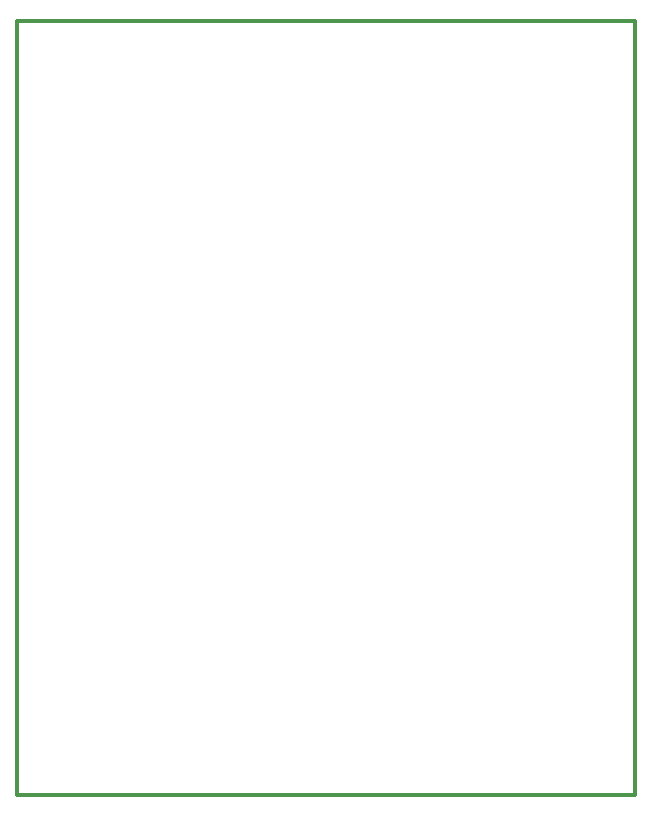
<source format=gm1>
G04 Layer_Color=16711935*
%FSLAX25Y25*%
%MOIN*%
G70*
G01*
G75*
%ADD26C,0.01181*%
D26*
X286500Y216000D02*
Y474000D01*
X492500D01*
Y216000D02*
Y474000D01*
X286500Y216000D02*
X492500D01*
X286500D02*
Y474000D01*
X492500D01*
Y216000D02*
Y474000D01*
X286500Y216000D02*
X492500D01*
M02*

</source>
